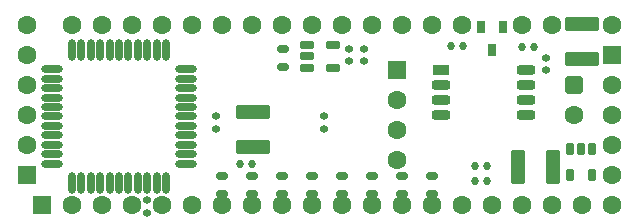
<source format=gbr>
%FSLAX25Y25*%
%MOIN*%
G70*
G01*
G75*
G04 Layer_Color=8388736*
G04:AMPARAMS|DCode=10|XSize=110.24mil|YSize=43.31mil|CornerRadius=2.17mil|HoleSize=0mil|Usage=FLASHONLY|Rotation=0.000|XOffset=0mil|YOffset=0mil|HoleType=Round|Shape=RoundedRectangle|*
%AMROUNDEDRECTD10*
21,1,0.11024,0.03898,0,0,0.0*
21,1,0.10591,0.04331,0,0,0.0*
1,1,0.00433,0.05295,-0.01949*
1,1,0.00433,-0.05295,-0.01949*
1,1,0.00433,-0.05295,0.01949*
1,1,0.00433,0.05295,0.01949*
%
%ADD10ROUNDEDRECTD10*%
G04:AMPARAMS|DCode=11|XSize=19.69mil|YSize=23.62mil|CornerRadius=8.86mil|HoleSize=0mil|Usage=FLASHONLY|Rotation=270.000|XOffset=0mil|YOffset=0mil|HoleType=Round|Shape=RoundedRectangle|*
%AMROUNDEDRECTD11*
21,1,0.01969,0.00591,0,0,270.0*
21,1,0.00197,0.02362,0,0,270.0*
1,1,0.01772,-0.00295,-0.00098*
1,1,0.01772,-0.00295,0.00098*
1,1,0.01772,0.00295,0.00098*
1,1,0.01772,0.00295,-0.00098*
%
%ADD11ROUNDEDRECTD11*%
G04:AMPARAMS|DCode=12|XSize=110.24mil|YSize=43.31mil|CornerRadius=2.17mil|HoleSize=0mil|Usage=FLASHONLY|Rotation=270.000|XOffset=0mil|YOffset=0mil|HoleType=Round|Shape=RoundedRectangle|*
%AMROUNDEDRECTD12*
21,1,0.11024,0.03898,0,0,270.0*
21,1,0.10591,0.04331,0,0,270.0*
1,1,0.00433,-0.01949,-0.05295*
1,1,0.00433,-0.01949,0.05295*
1,1,0.00433,0.01949,0.05295*
1,1,0.00433,0.01949,-0.05295*
%
%ADD12ROUNDEDRECTD12*%
G04:AMPARAMS|DCode=13|XSize=19.69mil|YSize=23.62mil|CornerRadius=8.86mil|HoleSize=0mil|Usage=FLASHONLY|Rotation=180.000|XOffset=0mil|YOffset=0mil|HoleType=Round|Shape=RoundedRectangle|*
%AMROUNDEDRECTD13*
21,1,0.01969,0.00591,0,0,180.0*
21,1,0.00197,0.02362,0,0,180.0*
1,1,0.01772,-0.00098,0.00295*
1,1,0.01772,0.00098,0.00295*
1,1,0.01772,0.00098,-0.00295*
1,1,0.01772,-0.00098,-0.00295*
%
%ADD13ROUNDEDRECTD13*%
G04:AMPARAMS|DCode=14|XSize=23.62mil|YSize=35.43mil|CornerRadius=5.91mil|HoleSize=0mil|Usage=FLASHONLY|Rotation=90.000|XOffset=0mil|YOffset=0mil|HoleType=Round|Shape=RoundedRectangle|*
%AMROUNDEDRECTD14*
21,1,0.02362,0.02362,0,0,90.0*
21,1,0.01181,0.03543,0,0,90.0*
1,1,0.01181,0.01181,0.00591*
1,1,0.01181,0.01181,-0.00591*
1,1,0.01181,-0.01181,-0.00591*
1,1,0.01181,-0.01181,0.00591*
%
%ADD14ROUNDEDRECTD14*%
%ADD15O,0.02165X0.06890*%
%ADD16O,0.06890X0.02165*%
G04:AMPARAMS|DCode=17|XSize=41.73mil|YSize=25.59mil|CornerRadius=6.4mil|HoleSize=0mil|Usage=FLASHONLY|Rotation=0.000|XOffset=0mil|YOffset=0mil|HoleType=Round|Shape=RoundedRectangle|*
%AMROUNDEDRECTD17*
21,1,0.04173,0.01280,0,0,0.0*
21,1,0.02894,0.02559,0,0,0.0*
1,1,0.01280,0.01447,-0.00640*
1,1,0.01280,-0.01447,-0.00640*
1,1,0.01280,-0.01447,0.00640*
1,1,0.01280,0.01447,0.00640*
%
%ADD17ROUNDEDRECTD17*%
G04:AMPARAMS|DCode=18|XSize=52mil|YSize=24mil|CornerRadius=6mil|HoleSize=0mil|Usage=FLASHONLY|Rotation=0.000|XOffset=0mil|YOffset=0mil|HoleType=Round|Shape=RoundedRectangle|*
%AMROUNDEDRECTD18*
21,1,0.05200,0.01200,0,0,0.0*
21,1,0.04000,0.02400,0,0,0.0*
1,1,0.01200,0.02000,-0.00600*
1,1,0.01200,-0.02000,-0.00600*
1,1,0.01200,-0.02000,0.00600*
1,1,0.01200,0.02000,0.00600*
%
%ADD18ROUNDEDRECTD18*%
%ADD19R,0.05000X0.02400*%
G04:AMPARAMS|DCode=20|XSize=25.59mil|YSize=39.37mil|CornerRadius=6.4mil|HoleSize=0mil|Usage=FLASHONLY|Rotation=180.000|XOffset=0mil|YOffset=0mil|HoleType=Round|Shape=RoundedRectangle|*
%AMROUNDEDRECTD20*
21,1,0.02559,0.02658,0,0,180.0*
21,1,0.01280,0.03937,0,0,180.0*
1,1,0.01280,-0.00640,0.01329*
1,1,0.01280,0.00640,0.01329*
1,1,0.01280,0.00640,-0.01329*
1,1,0.01280,-0.00640,-0.01329*
%
%ADD20ROUNDEDRECTD20*%
G04:AMPARAMS|DCode=21|XSize=21.65mil|YSize=39.37mil|CornerRadius=5.41mil|HoleSize=0mil|Usage=FLASHONLY|Rotation=180.000|XOffset=0mil|YOffset=0mil|HoleType=Round|Shape=RoundedRectangle|*
%AMROUNDEDRECTD21*
21,1,0.02165,0.02854,0,0,180.0*
21,1,0.01083,0.03937,0,0,180.0*
1,1,0.01083,-0.00541,0.01427*
1,1,0.01083,0.00541,0.01427*
1,1,0.01083,0.00541,-0.01427*
1,1,0.01083,-0.00541,-0.01427*
%
%ADD21ROUNDEDRECTD21*%
%ADD22C,0.00591*%
%ADD23C,0.01181*%
%ADD24C,0.03937*%
G04:AMPARAMS|DCode=25|XSize=59.06mil|YSize=59.06mil|CornerRadius=8.86mil|HoleSize=0mil|Usage=FLASHONLY|Rotation=270.000|XOffset=0mil|YOffset=0mil|HoleType=Round|Shape=RoundedRectangle|*
%AMROUNDEDRECTD25*
21,1,0.05906,0.04134,0,0,270.0*
21,1,0.04134,0.05906,0,0,270.0*
1,1,0.01772,-0.02067,-0.02067*
1,1,0.01772,-0.02067,0.02067*
1,1,0.01772,0.02067,0.02067*
1,1,0.01772,0.02067,-0.02067*
%
%ADD25ROUNDEDRECTD25*%
%ADD26C,0.05906*%
%ADD27C,0.05906*%
%ADD28R,0.05906X0.05906*%
G04:AMPARAMS|DCode=29|XSize=59.06mil|YSize=59.06mil|CornerRadius=14.76mil|HoleSize=0mil|Usage=FLASHONLY|Rotation=270.000|XOffset=0mil|YOffset=0mil|HoleType=Round|Shape=RoundedRectangle|*
%AMROUNDEDRECTD29*
21,1,0.05906,0.02953,0,0,270.0*
21,1,0.02953,0.05906,0,0,270.0*
1,1,0.02953,-0.01476,-0.01476*
1,1,0.02953,-0.01476,0.01476*
1,1,0.02953,0.01476,0.01476*
1,1,0.02953,0.01476,-0.01476*
%
%ADD29ROUNDEDRECTD29*%
%ADD30C,0.01575*%
G04:AMPARAMS|DCode=31|XSize=31.5mil|YSize=31.5mil|CornerRadius=3.15mil|HoleSize=0mil|Usage=FLASHONLY|Rotation=0.000|XOffset=0mil|YOffset=0mil|HoleType=Round|Shape=RoundedRectangle|*
%AMROUNDEDRECTD31*
21,1,0.03150,0.02520,0,0,0.0*
21,1,0.02520,0.03150,0,0,0.0*
1,1,0.00630,0.01260,-0.01260*
1,1,0.00630,-0.01260,-0.01260*
1,1,0.00630,-0.01260,0.01260*
1,1,0.00630,0.01260,0.01260*
%
%ADD31ROUNDEDRECTD31*%
G04:AMPARAMS|DCode=32|XSize=23.62mil|YSize=35.43mil|CornerRadius=5.91mil|HoleSize=0mil|Usage=FLASHONLY|Rotation=180.000|XOffset=0mil|YOffset=0mil|HoleType=Round|Shape=RoundedRectangle|*
%AMROUNDEDRECTD32*
21,1,0.02362,0.02362,0,0,180.0*
21,1,0.01181,0.03543,0,0,180.0*
1,1,0.01181,-0.00591,0.01181*
1,1,0.01181,0.00591,0.01181*
1,1,0.01181,0.00591,-0.01181*
1,1,0.01181,-0.00591,-0.01181*
%
%ADD32ROUNDEDRECTD32*%
%ADD33O,0.01181X0.07087*%
%ADD34O,0.07087X0.01181*%
%ADD35C,0.00984*%
%ADD36C,0.02362*%
%ADD37C,0.00400*%
%ADD38C,0.00394*%
%ADD39C,0.00787*%
%ADD40C,0.00800*%
%ADD41C,0.00500*%
G04:AMPARAMS|DCode=42|XSize=114.17mil|YSize=47.24mil|CornerRadius=2.36mil|HoleSize=0mil|Usage=FLASHONLY|Rotation=0.000|XOffset=0mil|YOffset=0mil|HoleType=Round|Shape=RoundedRectangle|*
%AMROUNDEDRECTD42*
21,1,0.11417,0.04252,0,0,0.0*
21,1,0.10945,0.04724,0,0,0.0*
1,1,0.00472,0.05472,-0.02126*
1,1,0.00472,-0.05472,-0.02126*
1,1,0.00472,-0.05472,0.02126*
1,1,0.00472,0.05472,0.02126*
%
%ADD42ROUNDEDRECTD42*%
G04:AMPARAMS|DCode=43|XSize=23.62mil|YSize=27.56mil|CornerRadius=10.63mil|HoleSize=0mil|Usage=FLASHONLY|Rotation=270.000|XOffset=0mil|YOffset=0mil|HoleType=Round|Shape=RoundedRectangle|*
%AMROUNDEDRECTD43*
21,1,0.02362,0.00630,0,0,270.0*
21,1,0.00236,0.02756,0,0,270.0*
1,1,0.02126,-0.00315,-0.00118*
1,1,0.02126,-0.00315,0.00118*
1,1,0.02126,0.00315,0.00118*
1,1,0.02126,0.00315,-0.00118*
%
%ADD43ROUNDEDRECTD43*%
G04:AMPARAMS|DCode=44|XSize=114.17mil|YSize=47.24mil|CornerRadius=2.36mil|HoleSize=0mil|Usage=FLASHONLY|Rotation=270.000|XOffset=0mil|YOffset=0mil|HoleType=Round|Shape=RoundedRectangle|*
%AMROUNDEDRECTD44*
21,1,0.11417,0.04252,0,0,270.0*
21,1,0.10945,0.04724,0,0,270.0*
1,1,0.00472,-0.02126,-0.05472*
1,1,0.00472,-0.02126,0.05472*
1,1,0.00472,0.02126,0.05472*
1,1,0.00472,0.02126,-0.05472*
%
%ADD44ROUNDEDRECTD44*%
G04:AMPARAMS|DCode=45|XSize=23.62mil|YSize=27.56mil|CornerRadius=10.63mil|HoleSize=0mil|Usage=FLASHONLY|Rotation=180.000|XOffset=0mil|YOffset=0mil|HoleType=Round|Shape=RoundedRectangle|*
%AMROUNDEDRECTD45*
21,1,0.02362,0.00630,0,0,180.0*
21,1,0.00236,0.02756,0,0,180.0*
1,1,0.02126,-0.00118,0.00315*
1,1,0.02126,0.00118,0.00315*
1,1,0.02126,0.00118,-0.00315*
1,1,0.02126,-0.00118,-0.00315*
%
%ADD45ROUNDEDRECTD45*%
G04:AMPARAMS|DCode=46|XSize=27.56mil|YSize=39.37mil|CornerRadius=6.89mil|HoleSize=0mil|Usage=FLASHONLY|Rotation=90.000|XOffset=0mil|YOffset=0mil|HoleType=Round|Shape=RoundedRectangle|*
%AMROUNDEDRECTD46*
21,1,0.02756,0.02559,0,0,90.0*
21,1,0.01378,0.03937,0,0,90.0*
1,1,0.01378,0.01280,0.00689*
1,1,0.01378,0.01280,-0.00689*
1,1,0.01378,-0.01280,-0.00689*
1,1,0.01378,-0.01280,0.00689*
%
%ADD46ROUNDEDRECTD46*%
%ADD47O,0.02559X0.07284*%
%ADD48O,0.07284X0.02559*%
G04:AMPARAMS|DCode=49|XSize=45.67mil|YSize=29.53mil|CornerRadius=7.38mil|HoleSize=0mil|Usage=FLASHONLY|Rotation=0.000|XOffset=0mil|YOffset=0mil|HoleType=Round|Shape=RoundedRectangle|*
%AMROUNDEDRECTD49*
21,1,0.04567,0.01476,0,0,0.0*
21,1,0.03091,0.02953,0,0,0.0*
1,1,0.01476,0.01545,-0.00738*
1,1,0.01476,-0.01545,-0.00738*
1,1,0.01476,-0.01545,0.00738*
1,1,0.01476,0.01545,0.00738*
%
%ADD49ROUNDEDRECTD49*%
G04:AMPARAMS|DCode=50|XSize=60mil|YSize=32mil|CornerRadius=8mil|HoleSize=0mil|Usage=FLASHONLY|Rotation=0.000|XOffset=0mil|YOffset=0mil|HoleType=Round|Shape=RoundedRectangle|*
%AMROUNDEDRECTD50*
21,1,0.06000,0.01600,0,0,0.0*
21,1,0.04400,0.03200,0,0,0.0*
1,1,0.01600,0.02200,-0.00800*
1,1,0.01600,-0.02200,-0.00800*
1,1,0.01600,-0.02200,0.00800*
1,1,0.01600,0.02200,0.00800*
%
%ADD50ROUNDEDRECTD50*%
%ADD51R,0.05800X0.03200*%
G04:AMPARAMS|DCode=52|XSize=29.53mil|YSize=43.31mil|CornerRadius=7.38mil|HoleSize=0mil|Usage=FLASHONLY|Rotation=180.000|XOffset=0mil|YOffset=0mil|HoleType=Round|Shape=RoundedRectangle|*
%AMROUNDEDRECTD52*
21,1,0.02953,0.02854,0,0,180.0*
21,1,0.01476,0.04331,0,0,180.0*
1,1,0.01476,-0.00738,0.01427*
1,1,0.01476,0.00738,0.01427*
1,1,0.01476,0.00738,-0.01427*
1,1,0.01476,-0.00738,-0.01427*
%
%ADD52ROUNDEDRECTD52*%
G04:AMPARAMS|DCode=53|XSize=25.59mil|YSize=43.31mil|CornerRadius=6.4mil|HoleSize=0mil|Usage=FLASHONLY|Rotation=180.000|XOffset=0mil|YOffset=0mil|HoleType=Round|Shape=RoundedRectangle|*
%AMROUNDEDRECTD53*
21,1,0.02559,0.03051,0,0,180.0*
21,1,0.01280,0.04331,0,0,180.0*
1,1,0.01280,-0.00640,0.01526*
1,1,0.01280,0.00640,0.01526*
1,1,0.01280,0.00640,-0.01526*
1,1,0.01280,-0.00640,-0.01526*
%
%ADD53ROUNDEDRECTD53*%
G04:AMPARAMS|DCode=54|XSize=62.99mil|YSize=62.99mil|CornerRadius=9.45mil|HoleSize=0mil|Usage=FLASHONLY|Rotation=270.000|XOffset=0mil|YOffset=0mil|HoleType=Round|Shape=RoundedRectangle|*
%AMROUNDEDRECTD54*
21,1,0.06299,0.04409,0,0,270.0*
21,1,0.04409,0.06299,0,0,270.0*
1,1,0.01890,-0.02205,-0.02205*
1,1,0.01890,-0.02205,0.02205*
1,1,0.01890,0.02205,0.02205*
1,1,0.01890,0.02205,-0.02205*
%
%ADD54ROUNDEDRECTD54*%
%ADD55C,0.06299*%
%ADD56C,0.06299*%
%ADD57R,0.06299X0.06299*%
G04:AMPARAMS|DCode=58|XSize=62.99mil|YSize=62.99mil|CornerRadius=15.75mil|HoleSize=0mil|Usage=FLASHONLY|Rotation=270.000|XOffset=0mil|YOffset=0mil|HoleType=Round|Shape=RoundedRectangle|*
%AMROUNDEDRECTD58*
21,1,0.06299,0.03150,0,0,270.0*
21,1,0.03150,0.06299,0,0,270.0*
1,1,0.03150,-0.01575,-0.01575*
1,1,0.03150,-0.01575,0.01575*
1,1,0.03150,0.01575,0.01575*
1,1,0.03150,0.01575,-0.01575*
%
%ADD58ROUNDEDRECTD58*%
D42*
X190000Y67905D02*
D03*
Y56094D02*
D03*
X80500Y38500D02*
D03*
Y26689D02*
D03*
D43*
X178000Y52500D02*
D03*
Y56535D02*
D03*
X45000Y9000D02*
D03*
Y4965D02*
D03*
X68000Y37000D02*
D03*
Y32965D02*
D03*
X104000Y37000D02*
D03*
Y32965D02*
D03*
X112500Y59500D02*
D03*
Y55465D02*
D03*
X117500Y59500D02*
D03*
Y55465D02*
D03*
D44*
X180500Y20000D02*
D03*
X168689D02*
D03*
D45*
X154500Y15500D02*
D03*
X158535D02*
D03*
X154500Y20500D02*
D03*
X158535D02*
D03*
X80000Y21000D02*
D03*
X75965D02*
D03*
X146500Y60500D02*
D03*
X150535D02*
D03*
X170000Y60000D02*
D03*
X174035D02*
D03*
D46*
X140000Y17000D02*
D03*
Y11095D02*
D03*
X120000Y17000D02*
D03*
Y11095D02*
D03*
X130000Y17000D02*
D03*
Y11095D02*
D03*
X110000Y17000D02*
D03*
Y11095D02*
D03*
X100000Y17000D02*
D03*
Y11095D02*
D03*
X90000Y17000D02*
D03*
Y11095D02*
D03*
X80000Y17000D02*
D03*
Y11095D02*
D03*
X70000Y17000D02*
D03*
Y11095D02*
D03*
X90500Y59500D02*
D03*
Y53594D02*
D03*
D47*
X20008Y14756D02*
D03*
X23157D02*
D03*
X26307D02*
D03*
X29457Y14756D02*
D03*
X32606Y14756D02*
D03*
X35756D02*
D03*
X38906D02*
D03*
X42055D02*
D03*
X45205D02*
D03*
X48354Y14756D02*
D03*
X51504D02*
D03*
X51504Y59244D02*
D03*
X48354D02*
D03*
X45205D02*
D03*
X42055D02*
D03*
X38906D02*
D03*
X35756D02*
D03*
X32606D02*
D03*
X29457D02*
D03*
X26307D02*
D03*
X23157D02*
D03*
X20008D02*
D03*
D48*
X58000Y21252D02*
D03*
Y24402D02*
D03*
X58000Y27551D02*
D03*
Y30701D02*
D03*
Y33850D02*
D03*
Y37000D02*
D03*
Y40150D02*
D03*
X58000Y43299D02*
D03*
X58000Y46449D02*
D03*
Y49598D02*
D03*
Y52748D02*
D03*
X13512Y52748D02*
D03*
Y49598D02*
D03*
Y46449D02*
D03*
Y43299D02*
D03*
Y40150D02*
D03*
Y37000D02*
D03*
Y33850D02*
D03*
Y30701D02*
D03*
Y27551D02*
D03*
Y24402D02*
D03*
Y21252D02*
D03*
D49*
X107161Y60740D02*
D03*
X107161Y53260D02*
D03*
X98500D02*
D03*
Y60740D02*
D03*
X98500Y57000D02*
D03*
D50*
X171400Y52500D02*
D03*
X171400Y47500D02*
D03*
Y42500D02*
D03*
X171400Y37500D02*
D03*
X143000Y47500D02*
D03*
X143000Y37500D02*
D03*
X143000Y42500D02*
D03*
D51*
X143000Y52500D02*
D03*
D52*
X160000Y59000D02*
D03*
X156260Y66874D02*
D03*
X163740D02*
D03*
D53*
X193500Y26161D02*
D03*
X189760D02*
D03*
X186020D02*
D03*
X186020Y17500D02*
D03*
X193500Y17500D02*
D03*
D54*
X200000Y57500D02*
D03*
X128500Y52500D02*
D03*
X5000Y17500D02*
D03*
D55*
X200000Y47500D02*
D03*
Y37500D02*
D03*
Y27500D02*
D03*
Y17500D02*
D03*
X128500Y42500D02*
D03*
Y32500D02*
D03*
Y22500D02*
D03*
X5000Y67500D02*
D03*
Y57500D02*
D03*
Y47500D02*
D03*
Y37500D02*
D03*
Y27500D02*
D03*
X187500Y37500D02*
D03*
D56*
X130000Y67500D02*
D03*
X180000D02*
D03*
X140000D02*
D03*
X120000D02*
D03*
X110000D02*
D03*
X100000D02*
D03*
X90000D02*
D03*
X80000D02*
D03*
X70000D02*
D03*
X60000D02*
D03*
X50000D02*
D03*
X40000D02*
D03*
X30000D02*
D03*
X40000Y7500D02*
D03*
X30000D02*
D03*
X200000Y67500D02*
D03*
Y7500D02*
D03*
X50000D02*
D03*
X60000D02*
D03*
X70000D02*
D03*
X20000D02*
D03*
X80000D02*
D03*
X20000Y67500D02*
D03*
X90000Y7500D02*
D03*
X100000D02*
D03*
X110000D02*
D03*
X120000D02*
D03*
X130000D02*
D03*
X140000D02*
D03*
X150000D02*
D03*
X160000D02*
D03*
X170000D02*
D03*
X180000D02*
D03*
X190000D02*
D03*
X170000Y67500D02*
D03*
X150000D02*
D03*
D57*
X10000Y7500D02*
D03*
D58*
X187500Y47500D02*
D03*
M02*

</source>
